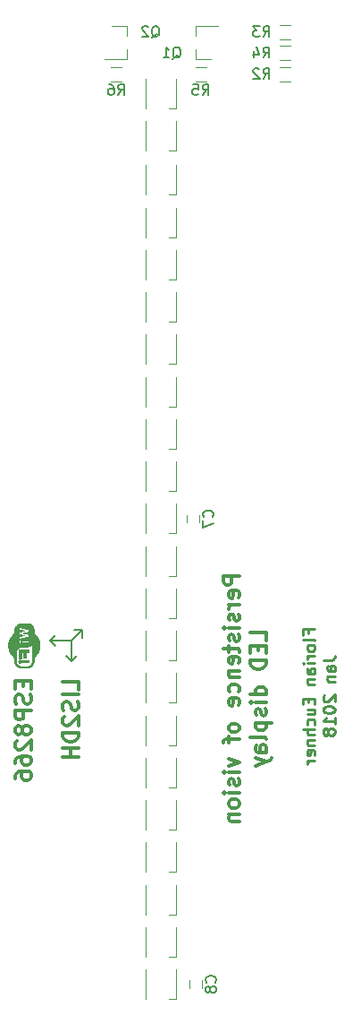
<source format=gbo>
G04 #@! TF.FileFunction,Legend,Bot*
%FSLAX46Y46*%
G04 Gerber Fmt 4.6, Leading zero omitted, Abs format (unit mm)*
G04 Created by KiCad (PCBNEW 4.0.7) date Sun Dec 17 13:28:59 2017*
%MOMM*%
%LPD*%
G01*
G04 APERTURE LIST*
%ADD10C,0.100000*%
%ADD11C,0.250000*%
%ADD12C,0.200000*%
%ADD13C,0.300000*%
%ADD14C,0.120000*%
%ADD15C,0.010000*%
%ADD16C,0.150000*%
G04 APERTURE END LIST*
D10*
D11*
X70971429Y-98830953D02*
X70971429Y-98464287D01*
X71547619Y-98464287D02*
X70447619Y-98464287D01*
X70447619Y-98988096D01*
X71547619Y-99564287D02*
X71495238Y-99459525D01*
X71390476Y-99407144D01*
X70447619Y-99407144D01*
X71547619Y-100140477D02*
X71495238Y-100035715D01*
X71442857Y-99983334D01*
X71338095Y-99930953D01*
X71023810Y-99930953D01*
X70919048Y-99983334D01*
X70866667Y-100035715D01*
X70814286Y-100140477D01*
X70814286Y-100297619D01*
X70866667Y-100402381D01*
X70919048Y-100454762D01*
X71023810Y-100507143D01*
X71338095Y-100507143D01*
X71442857Y-100454762D01*
X71495238Y-100402381D01*
X71547619Y-100297619D01*
X71547619Y-100140477D01*
X71547619Y-100978572D02*
X70814286Y-100978572D01*
X71023810Y-100978572D02*
X70919048Y-101030953D01*
X70866667Y-101083334D01*
X70814286Y-101188096D01*
X70814286Y-101292857D01*
X71547619Y-101659524D02*
X70814286Y-101659524D01*
X70447619Y-101659524D02*
X70500000Y-101607143D01*
X70552381Y-101659524D01*
X70500000Y-101711905D01*
X70447619Y-101659524D01*
X70552381Y-101659524D01*
X71547619Y-102654762D02*
X70971429Y-102654762D01*
X70866667Y-102602381D01*
X70814286Y-102497619D01*
X70814286Y-102288096D01*
X70866667Y-102183334D01*
X71495238Y-102654762D02*
X71547619Y-102550000D01*
X71547619Y-102288096D01*
X71495238Y-102183334D01*
X71390476Y-102130953D01*
X71285714Y-102130953D01*
X71180952Y-102183334D01*
X71128571Y-102288096D01*
X71128571Y-102550000D01*
X71076190Y-102654762D01*
X70814286Y-103178572D02*
X71547619Y-103178572D01*
X70919048Y-103178572D02*
X70866667Y-103230953D01*
X70814286Y-103335715D01*
X70814286Y-103492857D01*
X70866667Y-103597619D01*
X70971429Y-103650000D01*
X71547619Y-103650000D01*
X70971429Y-105011905D02*
X70971429Y-105378571D01*
X71547619Y-105535714D02*
X71547619Y-105011905D01*
X70447619Y-105011905D01*
X70447619Y-105535714D01*
X70814286Y-106478571D02*
X71547619Y-106478571D01*
X70814286Y-106007143D02*
X71390476Y-106007143D01*
X71495238Y-106059524D01*
X71547619Y-106164286D01*
X71547619Y-106321428D01*
X71495238Y-106426190D01*
X71442857Y-106478571D01*
X71495238Y-107473809D02*
X71547619Y-107369047D01*
X71547619Y-107159524D01*
X71495238Y-107054762D01*
X71442857Y-107002381D01*
X71338095Y-106950000D01*
X71023810Y-106950000D01*
X70919048Y-107002381D01*
X70866667Y-107054762D01*
X70814286Y-107159524D01*
X70814286Y-107369047D01*
X70866667Y-107473809D01*
X71547619Y-107945238D02*
X70447619Y-107945238D01*
X71547619Y-108416666D02*
X70971429Y-108416666D01*
X70866667Y-108364285D01*
X70814286Y-108259523D01*
X70814286Y-108102381D01*
X70866667Y-107997619D01*
X70919048Y-107945238D01*
X70814286Y-108940476D02*
X71547619Y-108940476D01*
X70919048Y-108940476D02*
X70866667Y-108992857D01*
X70814286Y-109097619D01*
X70814286Y-109254761D01*
X70866667Y-109359523D01*
X70971429Y-109411904D01*
X71547619Y-109411904D01*
X71495238Y-110354761D02*
X71547619Y-110249999D01*
X71547619Y-110040476D01*
X71495238Y-109935714D01*
X71390476Y-109883333D01*
X70971429Y-109883333D01*
X70866667Y-109935714D01*
X70814286Y-110040476D01*
X70814286Y-110249999D01*
X70866667Y-110354761D01*
X70971429Y-110407142D01*
X71076190Y-110407142D01*
X71180952Y-109883333D01*
X71547619Y-110878571D02*
X70814286Y-110878571D01*
X71023810Y-110878571D02*
X70919048Y-110930952D01*
X70866667Y-110983333D01*
X70814286Y-111088095D01*
X70814286Y-111192856D01*
X72347619Y-101397619D02*
X73133333Y-101397619D01*
X73290476Y-101345239D01*
X73395238Y-101240477D01*
X73447619Y-101083334D01*
X73447619Y-100978572D01*
X73447619Y-102392857D02*
X72871429Y-102392857D01*
X72766667Y-102340476D01*
X72714286Y-102235714D01*
X72714286Y-102026191D01*
X72766667Y-101921429D01*
X73395238Y-102392857D02*
X73447619Y-102288095D01*
X73447619Y-102026191D01*
X73395238Y-101921429D01*
X73290476Y-101869048D01*
X73185714Y-101869048D01*
X73080952Y-101921429D01*
X73028571Y-102026191D01*
X73028571Y-102288095D01*
X72976190Y-102392857D01*
X72714286Y-102916667D02*
X73447619Y-102916667D01*
X72819048Y-102916667D02*
X72766667Y-102969048D01*
X72714286Y-103073810D01*
X72714286Y-103230952D01*
X72766667Y-103335714D01*
X72871429Y-103388095D01*
X73447619Y-103388095D01*
X72452381Y-104697619D02*
X72400000Y-104750000D01*
X72347619Y-104854762D01*
X72347619Y-105116666D01*
X72400000Y-105221428D01*
X72452381Y-105273809D01*
X72557143Y-105326190D01*
X72661905Y-105326190D01*
X72819048Y-105273809D01*
X73447619Y-104645238D01*
X73447619Y-105326190D01*
X72347619Y-106007143D02*
X72347619Y-106111904D01*
X72400000Y-106216666D01*
X72452381Y-106269047D01*
X72557143Y-106321428D01*
X72766667Y-106373809D01*
X73028571Y-106373809D01*
X73238095Y-106321428D01*
X73342857Y-106269047D01*
X73395238Y-106216666D01*
X73447619Y-106111904D01*
X73447619Y-106007143D01*
X73395238Y-105902381D01*
X73342857Y-105850000D01*
X73238095Y-105797619D01*
X73028571Y-105745238D01*
X72766667Y-105745238D01*
X72557143Y-105797619D01*
X72452381Y-105850000D01*
X72400000Y-105902381D01*
X72347619Y-106007143D01*
X73447619Y-107421428D02*
X73447619Y-106792857D01*
X73447619Y-107107143D02*
X72347619Y-107107143D01*
X72504762Y-107002381D01*
X72609524Y-106897619D01*
X72661905Y-106792857D01*
X72819048Y-108050000D02*
X72766667Y-107945238D01*
X72714286Y-107892857D01*
X72609524Y-107840476D01*
X72557143Y-107840476D01*
X72452381Y-107892857D01*
X72400000Y-107945238D01*
X72347619Y-108050000D01*
X72347619Y-108259523D01*
X72400000Y-108364285D01*
X72452381Y-108416666D01*
X72557143Y-108469047D01*
X72609524Y-108469047D01*
X72714286Y-108416666D01*
X72766667Y-108364285D01*
X72819048Y-108259523D01*
X72819048Y-108050000D01*
X72871429Y-107945238D01*
X72923810Y-107892857D01*
X73028571Y-107840476D01*
X73238095Y-107840476D01*
X73342857Y-107892857D01*
X73395238Y-107945238D01*
X73447619Y-108050000D01*
X73447619Y-108259523D01*
X73395238Y-108364285D01*
X73342857Y-108416666D01*
X73238095Y-108469047D01*
X73028571Y-108469047D01*
X72923810Y-108416666D01*
X72871429Y-108364285D01*
X72819048Y-108259523D01*
D12*
X49500000Y-98500000D02*
X48750000Y-98500000D01*
X49500000Y-98500000D02*
X49500000Y-99250000D01*
X46500000Y-99500000D02*
X47000000Y-100000000D01*
D13*
X49178571Y-104142858D02*
X49178571Y-103428572D01*
X47678571Y-103428572D01*
X49178571Y-104642858D02*
X47678571Y-104642858D01*
X49107143Y-105285715D02*
X49178571Y-105500001D01*
X49178571Y-105857144D01*
X49107143Y-106000001D01*
X49035714Y-106071430D01*
X48892857Y-106142858D01*
X48750000Y-106142858D01*
X48607143Y-106071430D01*
X48535714Y-106000001D01*
X48464286Y-105857144D01*
X48392857Y-105571430D01*
X48321429Y-105428572D01*
X48250000Y-105357144D01*
X48107143Y-105285715D01*
X47964286Y-105285715D01*
X47821429Y-105357144D01*
X47750000Y-105428572D01*
X47678571Y-105571430D01*
X47678571Y-105928572D01*
X47750000Y-106142858D01*
X47821429Y-106714286D02*
X47750000Y-106785715D01*
X47678571Y-106928572D01*
X47678571Y-107285715D01*
X47750000Y-107428572D01*
X47821429Y-107500001D01*
X47964286Y-107571429D01*
X48107143Y-107571429D01*
X48321429Y-107500001D01*
X49178571Y-106642858D01*
X49178571Y-107571429D01*
X49178571Y-108214286D02*
X47678571Y-108214286D01*
X47678571Y-108571429D01*
X47750000Y-108785714D01*
X47892857Y-108928572D01*
X48035714Y-109000000D01*
X48321429Y-109071429D01*
X48535714Y-109071429D01*
X48821429Y-109000000D01*
X48964286Y-108928572D01*
X49107143Y-108785714D01*
X49178571Y-108571429D01*
X49178571Y-108214286D01*
X49178571Y-109714286D02*
X47678571Y-109714286D01*
X48392857Y-109714286D02*
X48392857Y-110571429D01*
X49178571Y-110571429D02*
X47678571Y-110571429D01*
D12*
X48500000Y-99500000D02*
X49500000Y-98500000D01*
X48500000Y-101500000D02*
X48000000Y-101000000D01*
X48500000Y-101500000D02*
X49000000Y-101000000D01*
X48500000Y-99500000D02*
X48500000Y-101500000D01*
X47000000Y-99000000D02*
X46500000Y-99500000D01*
X46500000Y-99500000D02*
X47000000Y-99000000D01*
X48500000Y-99500000D02*
X46500000Y-99500000D01*
D13*
X43892857Y-103357144D02*
X43892857Y-103857144D01*
X44678571Y-104071430D02*
X44678571Y-103357144D01*
X43178571Y-103357144D01*
X43178571Y-104071430D01*
X44607143Y-104642858D02*
X44678571Y-104857144D01*
X44678571Y-105214287D01*
X44607143Y-105357144D01*
X44535714Y-105428573D01*
X44392857Y-105500001D01*
X44250000Y-105500001D01*
X44107143Y-105428573D01*
X44035714Y-105357144D01*
X43964286Y-105214287D01*
X43892857Y-104928573D01*
X43821429Y-104785715D01*
X43750000Y-104714287D01*
X43607143Y-104642858D01*
X43464286Y-104642858D01*
X43321429Y-104714287D01*
X43250000Y-104785715D01*
X43178571Y-104928573D01*
X43178571Y-105285715D01*
X43250000Y-105500001D01*
X44678571Y-106142858D02*
X43178571Y-106142858D01*
X43178571Y-106714286D01*
X43250000Y-106857144D01*
X43321429Y-106928572D01*
X43464286Y-107000001D01*
X43678571Y-107000001D01*
X43821429Y-106928572D01*
X43892857Y-106857144D01*
X43964286Y-106714286D01*
X43964286Y-106142858D01*
X43821429Y-107857144D02*
X43750000Y-107714286D01*
X43678571Y-107642858D01*
X43535714Y-107571429D01*
X43464286Y-107571429D01*
X43321429Y-107642858D01*
X43250000Y-107714286D01*
X43178571Y-107857144D01*
X43178571Y-108142858D01*
X43250000Y-108285715D01*
X43321429Y-108357144D01*
X43464286Y-108428572D01*
X43535714Y-108428572D01*
X43678571Y-108357144D01*
X43750000Y-108285715D01*
X43821429Y-108142858D01*
X43821429Y-107857144D01*
X43892857Y-107714286D01*
X43964286Y-107642858D01*
X44107143Y-107571429D01*
X44392857Y-107571429D01*
X44535714Y-107642858D01*
X44607143Y-107714286D01*
X44678571Y-107857144D01*
X44678571Y-108142858D01*
X44607143Y-108285715D01*
X44535714Y-108357144D01*
X44392857Y-108428572D01*
X44107143Y-108428572D01*
X43964286Y-108357144D01*
X43892857Y-108285715D01*
X43821429Y-108142858D01*
X43321429Y-109000000D02*
X43250000Y-109071429D01*
X43178571Y-109214286D01*
X43178571Y-109571429D01*
X43250000Y-109714286D01*
X43321429Y-109785715D01*
X43464286Y-109857143D01*
X43607143Y-109857143D01*
X43821429Y-109785715D01*
X44678571Y-108928572D01*
X44678571Y-109857143D01*
X43178571Y-111142857D02*
X43178571Y-110857143D01*
X43250000Y-110714286D01*
X43321429Y-110642857D01*
X43535714Y-110500000D01*
X43821429Y-110428571D01*
X44392857Y-110428571D01*
X44535714Y-110500000D01*
X44607143Y-110571428D01*
X44678571Y-110714286D01*
X44678571Y-111000000D01*
X44607143Y-111142857D01*
X44535714Y-111214286D01*
X44392857Y-111285714D01*
X44035714Y-111285714D01*
X43892857Y-111214286D01*
X43821429Y-111142857D01*
X43750000Y-111000000D01*
X43750000Y-110714286D01*
X43821429Y-110571428D01*
X43892857Y-110500000D01*
X44035714Y-110428571D01*
X43178571Y-112571428D02*
X43178571Y-112285714D01*
X43250000Y-112142857D01*
X43321429Y-112071428D01*
X43535714Y-111928571D01*
X43821429Y-111857142D01*
X44392857Y-111857142D01*
X44535714Y-111928571D01*
X44607143Y-111999999D01*
X44678571Y-112142857D01*
X44678571Y-112428571D01*
X44607143Y-112571428D01*
X44535714Y-112642857D01*
X44392857Y-112714285D01*
X44035714Y-112714285D01*
X43892857Y-112642857D01*
X43821429Y-112571428D01*
X43750000Y-112428571D01*
X43750000Y-112142857D01*
X43821429Y-111999999D01*
X43892857Y-111928571D01*
X44035714Y-111857142D01*
X64403571Y-93392857D02*
X62903571Y-93392857D01*
X62903571Y-93964285D01*
X62975000Y-94107143D01*
X63046429Y-94178571D01*
X63189286Y-94250000D01*
X63403571Y-94250000D01*
X63546429Y-94178571D01*
X63617857Y-94107143D01*
X63689286Y-93964285D01*
X63689286Y-93392857D01*
X64332143Y-95464285D02*
X64403571Y-95321428D01*
X64403571Y-95035714D01*
X64332143Y-94892857D01*
X64189286Y-94821428D01*
X63617857Y-94821428D01*
X63475000Y-94892857D01*
X63403571Y-95035714D01*
X63403571Y-95321428D01*
X63475000Y-95464285D01*
X63617857Y-95535714D01*
X63760714Y-95535714D01*
X63903571Y-94821428D01*
X64403571Y-96178571D02*
X63403571Y-96178571D01*
X63689286Y-96178571D02*
X63546429Y-96249999D01*
X63475000Y-96321428D01*
X63403571Y-96464285D01*
X63403571Y-96607142D01*
X64332143Y-97035713D02*
X64403571Y-97178570D01*
X64403571Y-97464285D01*
X64332143Y-97607142D01*
X64189286Y-97678570D01*
X64117857Y-97678570D01*
X63975000Y-97607142D01*
X63903571Y-97464285D01*
X63903571Y-97249999D01*
X63832143Y-97107142D01*
X63689286Y-97035713D01*
X63617857Y-97035713D01*
X63475000Y-97107142D01*
X63403571Y-97249999D01*
X63403571Y-97464285D01*
X63475000Y-97607142D01*
X64403571Y-98321428D02*
X63403571Y-98321428D01*
X62903571Y-98321428D02*
X62975000Y-98249999D01*
X63046429Y-98321428D01*
X62975000Y-98392856D01*
X62903571Y-98321428D01*
X63046429Y-98321428D01*
X64332143Y-98964285D02*
X64403571Y-99107142D01*
X64403571Y-99392857D01*
X64332143Y-99535714D01*
X64189286Y-99607142D01*
X64117857Y-99607142D01*
X63975000Y-99535714D01*
X63903571Y-99392857D01*
X63903571Y-99178571D01*
X63832143Y-99035714D01*
X63689286Y-98964285D01*
X63617857Y-98964285D01*
X63475000Y-99035714D01*
X63403571Y-99178571D01*
X63403571Y-99392857D01*
X63475000Y-99535714D01*
X63403571Y-100035714D02*
X63403571Y-100607143D01*
X62903571Y-100250000D02*
X64189286Y-100250000D01*
X64332143Y-100321428D01*
X64403571Y-100464286D01*
X64403571Y-100607143D01*
X64332143Y-101678571D02*
X64403571Y-101535714D01*
X64403571Y-101250000D01*
X64332143Y-101107143D01*
X64189286Y-101035714D01*
X63617857Y-101035714D01*
X63475000Y-101107143D01*
X63403571Y-101250000D01*
X63403571Y-101535714D01*
X63475000Y-101678571D01*
X63617857Y-101750000D01*
X63760714Y-101750000D01*
X63903571Y-101035714D01*
X63403571Y-102392857D02*
X64403571Y-102392857D01*
X63546429Y-102392857D02*
X63475000Y-102464285D01*
X63403571Y-102607143D01*
X63403571Y-102821428D01*
X63475000Y-102964285D01*
X63617857Y-103035714D01*
X64403571Y-103035714D01*
X64332143Y-104392857D02*
X64403571Y-104250000D01*
X64403571Y-103964286D01*
X64332143Y-103821428D01*
X64260714Y-103750000D01*
X64117857Y-103678571D01*
X63689286Y-103678571D01*
X63546429Y-103750000D01*
X63475000Y-103821428D01*
X63403571Y-103964286D01*
X63403571Y-104250000D01*
X63475000Y-104392857D01*
X64332143Y-105607142D02*
X64403571Y-105464285D01*
X64403571Y-105178571D01*
X64332143Y-105035714D01*
X64189286Y-104964285D01*
X63617857Y-104964285D01*
X63475000Y-105035714D01*
X63403571Y-105178571D01*
X63403571Y-105464285D01*
X63475000Y-105607142D01*
X63617857Y-105678571D01*
X63760714Y-105678571D01*
X63903571Y-104964285D01*
X64403571Y-107678571D02*
X64332143Y-107535713D01*
X64260714Y-107464285D01*
X64117857Y-107392856D01*
X63689286Y-107392856D01*
X63546429Y-107464285D01*
X63475000Y-107535713D01*
X63403571Y-107678571D01*
X63403571Y-107892856D01*
X63475000Y-108035713D01*
X63546429Y-108107142D01*
X63689286Y-108178571D01*
X64117857Y-108178571D01*
X64260714Y-108107142D01*
X64332143Y-108035713D01*
X64403571Y-107892856D01*
X64403571Y-107678571D01*
X63403571Y-108607142D02*
X63403571Y-109178571D01*
X64403571Y-108821428D02*
X63117857Y-108821428D01*
X62975000Y-108892856D01*
X62903571Y-109035714D01*
X62903571Y-109178571D01*
X63403571Y-110678571D02*
X64403571Y-111035714D01*
X63403571Y-111392856D01*
X64403571Y-111964285D02*
X63403571Y-111964285D01*
X62903571Y-111964285D02*
X62975000Y-111892856D01*
X63046429Y-111964285D01*
X62975000Y-112035713D01*
X62903571Y-111964285D01*
X63046429Y-111964285D01*
X64332143Y-112607142D02*
X64403571Y-112749999D01*
X64403571Y-113035714D01*
X64332143Y-113178571D01*
X64189286Y-113249999D01*
X64117857Y-113249999D01*
X63975000Y-113178571D01*
X63903571Y-113035714D01*
X63903571Y-112821428D01*
X63832143Y-112678571D01*
X63689286Y-112607142D01*
X63617857Y-112607142D01*
X63475000Y-112678571D01*
X63403571Y-112821428D01*
X63403571Y-113035714D01*
X63475000Y-113178571D01*
X64403571Y-113892857D02*
X63403571Y-113892857D01*
X62903571Y-113892857D02*
X62975000Y-113821428D01*
X63046429Y-113892857D01*
X62975000Y-113964285D01*
X62903571Y-113892857D01*
X63046429Y-113892857D01*
X64403571Y-114821429D02*
X64332143Y-114678571D01*
X64260714Y-114607143D01*
X64117857Y-114535714D01*
X63689286Y-114535714D01*
X63546429Y-114607143D01*
X63475000Y-114678571D01*
X63403571Y-114821429D01*
X63403571Y-115035714D01*
X63475000Y-115178571D01*
X63546429Y-115250000D01*
X63689286Y-115321429D01*
X64117857Y-115321429D01*
X64260714Y-115250000D01*
X64332143Y-115178571D01*
X64403571Y-115035714D01*
X64403571Y-114821429D01*
X63403571Y-115964286D02*
X64403571Y-115964286D01*
X63546429Y-115964286D02*
X63475000Y-116035714D01*
X63403571Y-116178572D01*
X63403571Y-116392857D01*
X63475000Y-116535714D01*
X63617857Y-116607143D01*
X64403571Y-116607143D01*
X66953571Y-99500000D02*
X66953571Y-98785714D01*
X65453571Y-98785714D01*
X66167857Y-100000000D02*
X66167857Y-100500000D01*
X66953571Y-100714286D02*
X66953571Y-100000000D01*
X65453571Y-100000000D01*
X65453571Y-100714286D01*
X66953571Y-101357143D02*
X65453571Y-101357143D01*
X65453571Y-101714286D01*
X65525000Y-101928571D01*
X65667857Y-102071429D01*
X65810714Y-102142857D01*
X66096429Y-102214286D01*
X66310714Y-102214286D01*
X66596429Y-102142857D01*
X66739286Y-102071429D01*
X66882143Y-101928571D01*
X66953571Y-101714286D01*
X66953571Y-101357143D01*
X66953571Y-104642857D02*
X65453571Y-104642857D01*
X66882143Y-104642857D02*
X66953571Y-104500000D01*
X66953571Y-104214286D01*
X66882143Y-104071428D01*
X66810714Y-104000000D01*
X66667857Y-103928571D01*
X66239286Y-103928571D01*
X66096429Y-104000000D01*
X66025000Y-104071428D01*
X65953571Y-104214286D01*
X65953571Y-104500000D01*
X66025000Y-104642857D01*
X66953571Y-105357143D02*
X65953571Y-105357143D01*
X65453571Y-105357143D02*
X65525000Y-105285714D01*
X65596429Y-105357143D01*
X65525000Y-105428571D01*
X65453571Y-105357143D01*
X65596429Y-105357143D01*
X66882143Y-106000000D02*
X66953571Y-106142857D01*
X66953571Y-106428572D01*
X66882143Y-106571429D01*
X66739286Y-106642857D01*
X66667857Y-106642857D01*
X66525000Y-106571429D01*
X66453571Y-106428572D01*
X66453571Y-106214286D01*
X66382143Y-106071429D01*
X66239286Y-106000000D01*
X66167857Y-106000000D01*
X66025000Y-106071429D01*
X65953571Y-106214286D01*
X65953571Y-106428572D01*
X66025000Y-106571429D01*
X65953571Y-107285715D02*
X67453571Y-107285715D01*
X66025000Y-107285715D02*
X65953571Y-107428572D01*
X65953571Y-107714286D01*
X66025000Y-107857143D01*
X66096429Y-107928572D01*
X66239286Y-108000001D01*
X66667857Y-108000001D01*
X66810714Y-107928572D01*
X66882143Y-107857143D01*
X66953571Y-107714286D01*
X66953571Y-107428572D01*
X66882143Y-107285715D01*
X66953571Y-108857144D02*
X66882143Y-108714286D01*
X66739286Y-108642858D01*
X65453571Y-108642858D01*
X66953571Y-110071429D02*
X66167857Y-110071429D01*
X66025000Y-110000000D01*
X65953571Y-109857143D01*
X65953571Y-109571429D01*
X66025000Y-109428572D01*
X66882143Y-110071429D02*
X66953571Y-109928572D01*
X66953571Y-109571429D01*
X66882143Y-109428572D01*
X66739286Y-109357143D01*
X66596429Y-109357143D01*
X66453571Y-109428572D01*
X66382143Y-109571429D01*
X66382143Y-109928572D01*
X66310714Y-110071429D01*
X65953571Y-110642858D02*
X66953571Y-111000001D01*
X65953571Y-111357143D02*
X66953571Y-111000001D01*
X67310714Y-110857143D01*
X67382143Y-110785715D01*
X67453571Y-110642858D01*
D14*
X59400000Y-87650000D02*
X59400000Y-88350000D01*
X60600000Y-88350000D02*
X60600000Y-87650000D01*
X59650000Y-131650000D02*
X59650000Y-132350000D01*
X60850000Y-132350000D02*
X60850000Y-131650000D01*
X55550000Y-85400000D02*
X55550000Y-82600000D01*
X57750000Y-85400000D02*
X58450000Y-85400000D01*
X58450000Y-85400000D02*
X58450000Y-82600000D01*
X55550000Y-125400000D02*
X55550000Y-122600000D01*
X57750000Y-125400000D02*
X58450000Y-125400000D01*
X58450000Y-125400000D02*
X58450000Y-122600000D01*
X55550000Y-81400000D02*
X55550000Y-78600000D01*
X57750000Y-81400000D02*
X58450000Y-81400000D01*
X58450000Y-81400000D02*
X58450000Y-78600000D01*
X55550000Y-121400000D02*
X55550000Y-118600000D01*
X57750000Y-121400000D02*
X58450000Y-121400000D01*
X58450000Y-121400000D02*
X58450000Y-118600000D01*
X55550000Y-77400000D02*
X55550000Y-74600000D01*
X57750000Y-77400000D02*
X58450000Y-77400000D01*
X58450000Y-77400000D02*
X58450000Y-74600000D01*
X55550000Y-117400000D02*
X55550000Y-114600000D01*
X57750000Y-117400000D02*
X58450000Y-117400000D01*
X58450000Y-117400000D02*
X58450000Y-114600000D01*
X55550000Y-73400000D02*
X55550000Y-70600000D01*
X57750000Y-73400000D02*
X58450000Y-73400000D01*
X58450000Y-73400000D02*
X58450000Y-70600000D01*
X55550000Y-113400000D02*
X55550000Y-110600000D01*
X57750000Y-113400000D02*
X58450000Y-113400000D01*
X58450000Y-113400000D02*
X58450000Y-110600000D01*
X55550000Y-69400000D02*
X55550000Y-66600000D01*
X57750000Y-69400000D02*
X58450000Y-69400000D01*
X58450000Y-69400000D02*
X58450000Y-66600000D01*
X55550000Y-109400000D02*
X55550000Y-106600000D01*
X57750000Y-109400000D02*
X58450000Y-109400000D01*
X58450000Y-109400000D02*
X58450000Y-106600000D01*
X55550000Y-65400000D02*
X55550000Y-62600000D01*
X57750000Y-65400000D02*
X58450000Y-65400000D01*
X58450000Y-65400000D02*
X58450000Y-62600000D01*
X55550000Y-105400000D02*
X55550000Y-102600000D01*
X57750000Y-105400000D02*
X58450000Y-105400000D01*
X58450000Y-105400000D02*
X58450000Y-102600000D01*
X55550000Y-61400000D02*
X55550000Y-58600000D01*
X57750000Y-61400000D02*
X58450000Y-61400000D01*
X58450000Y-61400000D02*
X58450000Y-58600000D01*
X55550000Y-101400000D02*
X55550000Y-98600000D01*
X57750000Y-101400000D02*
X58450000Y-101400000D01*
X58450000Y-101400000D02*
X58450000Y-98600000D01*
X55550000Y-57400000D02*
X55550000Y-54600000D01*
X57750000Y-57400000D02*
X58450000Y-57400000D01*
X58450000Y-57400000D02*
X58450000Y-54600000D01*
X55550000Y-97400000D02*
X55550000Y-94600000D01*
X57750000Y-97400000D02*
X58450000Y-97400000D01*
X58450000Y-97400000D02*
X58450000Y-94600000D01*
X55550000Y-53250000D02*
X55550000Y-50450000D01*
X57750000Y-53250000D02*
X58450000Y-53250000D01*
X58450000Y-53250000D02*
X58450000Y-50450000D01*
X55550000Y-93400000D02*
X55550000Y-90600000D01*
X57750000Y-93400000D02*
X58450000Y-93400000D01*
X58450000Y-93400000D02*
X58450000Y-90600000D01*
X55550000Y-49250000D02*
X55550000Y-46450000D01*
X57750000Y-49250000D02*
X58450000Y-49250000D01*
X58450000Y-49250000D02*
X58450000Y-46450000D01*
X55550000Y-89400000D02*
X55550000Y-86600000D01*
X57750000Y-89400000D02*
X58450000Y-89400000D01*
X58450000Y-89400000D02*
X58450000Y-86600000D01*
X68250000Y-46680000D02*
X69250000Y-46680000D01*
X69250000Y-45320000D02*
X68250000Y-45320000D01*
X68250000Y-42680000D02*
X69250000Y-42680000D01*
X69250000Y-41320000D02*
X68250000Y-41320000D01*
X68250000Y-44680000D02*
X69250000Y-44680000D01*
X69250000Y-43320000D02*
X68250000Y-43320000D01*
X60240000Y-44580000D02*
X60240000Y-43650000D01*
X60240000Y-41420000D02*
X60240000Y-42350000D01*
X60240000Y-41420000D02*
X62400000Y-41420000D01*
X60240000Y-44580000D02*
X61700000Y-44580000D01*
X53760000Y-41420000D02*
X53760000Y-42350000D01*
X53760000Y-44580000D02*
X53760000Y-43650000D01*
X53760000Y-44580000D02*
X51600000Y-44580000D01*
X53760000Y-41420000D02*
X52300000Y-41420000D01*
X60250000Y-46680000D02*
X61250000Y-46680000D01*
X61250000Y-45320000D02*
X60250000Y-45320000D01*
X53250000Y-45320000D02*
X52250000Y-45320000D01*
X52250000Y-46680000D02*
X53250000Y-46680000D01*
X55550000Y-129400000D02*
X55550000Y-126600000D01*
X57750000Y-129400000D02*
X58450000Y-129400000D01*
X58450000Y-129400000D02*
X58450000Y-126600000D01*
X55550000Y-133400000D02*
X55550000Y-130600000D01*
X57750000Y-133400000D02*
X58450000Y-133400000D01*
X58450000Y-133400000D02*
X58450000Y-130600000D01*
D15*
G36*
X42514007Y-100038917D02*
X42520704Y-100136323D01*
X42533721Y-100231400D01*
X42553213Y-100325018D01*
X42579333Y-100418047D01*
X42612237Y-100511356D01*
X42618051Y-100526143D01*
X42653375Y-100607126D01*
X42694530Y-100687969D01*
X42740827Y-100767683D01*
X42791578Y-100845284D01*
X42846094Y-100919785D01*
X42903687Y-100990200D01*
X42963667Y-101055543D01*
X43025346Y-101114827D01*
X43035231Y-101123600D01*
X43071086Y-101155061D01*
X43071086Y-101337241D01*
X43071118Y-101382403D01*
X43071258Y-101421055D01*
X43071567Y-101453941D01*
X43072108Y-101481808D01*
X43072942Y-101505401D01*
X43074133Y-101525467D01*
X43075742Y-101542752D01*
X43077832Y-101558000D01*
X43080465Y-101571959D01*
X43083704Y-101585374D01*
X43087610Y-101598991D01*
X43092246Y-101613556D01*
X43094811Y-101621288D01*
X43110254Y-101661207D01*
X43130440Y-101703678D01*
X43154308Y-101746898D01*
X43180795Y-101789065D01*
X43208839Y-101828375D01*
X43236821Y-101862402D01*
X43274829Y-101901130D01*
X43318146Y-101938576D01*
X43365523Y-101973974D01*
X43415710Y-102006561D01*
X43467460Y-102035573D01*
X43519523Y-102060245D01*
X43570650Y-102079815D01*
X43611545Y-102091650D01*
X43623292Y-102094412D01*
X43634699Y-102096859D01*
X43646254Y-102099009D01*
X43658445Y-102100877D01*
X43671759Y-102102480D01*
X43686682Y-102103836D01*
X43703702Y-102104959D01*
X43723307Y-102105868D01*
X43745984Y-102106579D01*
X43772220Y-102107108D01*
X43802502Y-102107472D01*
X43837317Y-102107688D01*
X43877153Y-102107771D01*
X43922498Y-102107740D01*
X43973838Y-102107610D01*
X44031660Y-102107398D01*
X44068943Y-102107241D01*
X44127210Y-102106977D01*
X44178672Y-102106714D01*
X44223784Y-102106443D01*
X44262996Y-102106154D01*
X44296764Y-102105839D01*
X44325539Y-102105488D01*
X44349773Y-102105093D01*
X44369922Y-102104644D01*
X44386436Y-102104133D01*
X44399769Y-102103549D01*
X44410374Y-102102885D01*
X44418703Y-102102131D01*
X44425211Y-102101277D01*
X44430348Y-102100316D01*
X44431890Y-102099956D01*
X44465394Y-102090511D01*
X44497449Y-102078792D01*
X44528853Y-102064302D01*
X44560404Y-102046545D01*
X44592899Y-102025023D01*
X44627136Y-101999239D01*
X44663912Y-101968697D01*
X44704026Y-101932899D01*
X44712444Y-101925134D01*
X44761739Y-101875560D01*
X44804205Y-101824350D01*
X44840195Y-101770893D01*
X44870067Y-101714577D01*
X44894173Y-101654793D01*
X44912868Y-101590931D01*
X44916963Y-101573238D01*
X44918994Y-101563891D01*
X44920722Y-101555394D01*
X44922179Y-101547079D01*
X44923395Y-101538280D01*
X44924400Y-101528327D01*
X44925226Y-101516553D01*
X44925904Y-101502291D01*
X44926465Y-101484872D01*
X44926938Y-101463629D01*
X44927356Y-101437894D01*
X44927749Y-101407000D01*
X44928148Y-101370278D01*
X44928584Y-101327061D01*
X44928650Y-101320424D01*
X44930728Y-101111405D01*
X44953762Y-101092924D01*
X45024560Y-101031812D01*
X45092371Y-100964702D01*
X45156474Y-100892488D01*
X45216150Y-100816064D01*
X45270679Y-100736327D01*
X45319340Y-100654170D01*
X45342835Y-100609295D01*
X45381088Y-100527232D01*
X45413087Y-100446332D01*
X45439309Y-100365051D01*
X45460235Y-100281846D01*
X45476342Y-100195174D01*
X45480744Y-100165100D01*
X45483224Y-100142605D01*
X45485384Y-100114476D01*
X45487188Y-100082193D01*
X45488603Y-100047234D01*
X45489594Y-100011078D01*
X45490127Y-99975203D01*
X45490169Y-99941090D01*
X45489684Y-99910216D01*
X45488640Y-99884060D01*
X45487560Y-99869371D01*
X45474484Y-99768524D01*
X45454557Y-99670062D01*
X45427809Y-99574058D01*
X45394268Y-99480587D01*
X45353965Y-99389723D01*
X45306927Y-99301541D01*
X45253185Y-99216114D01*
X45205146Y-99149496D01*
X45162055Y-99096115D01*
X45115009Y-99043294D01*
X45065606Y-98992685D01*
X45015447Y-98945937D01*
X44973364Y-98910431D01*
X44932543Y-98877761D01*
X44932528Y-98685045D01*
X44932492Y-98638676D01*
X44932357Y-98598836D01*
X44932072Y-98564798D01*
X44931587Y-98535834D01*
X44930851Y-98511217D01*
X44929813Y-98490218D01*
X44928423Y-98472110D01*
X44926628Y-98456166D01*
X44924380Y-98441657D01*
X44921626Y-98427857D01*
X44918317Y-98414037D01*
X44914401Y-98399470D01*
X44912007Y-98391001D01*
X44889681Y-98325958D01*
X44860568Y-98263316D01*
X44824632Y-98203012D01*
X44791028Y-98157447D01*
X44791028Y-99821661D01*
X44790960Y-100568509D01*
X44790936Y-100643160D01*
X44790879Y-100716746D01*
X44790792Y-100788867D01*
X44790675Y-100859120D01*
X44790530Y-100927103D01*
X44790360Y-100992416D01*
X44790165Y-101054657D01*
X44789947Y-101113423D01*
X44789708Y-101168314D01*
X44789450Y-101218928D01*
X44789174Y-101264863D01*
X44788882Y-101305717D01*
X44788576Y-101341089D01*
X44788257Y-101370578D01*
X44787927Y-101393781D01*
X44787588Y-101410297D01*
X44787443Y-101415143D01*
X44785929Y-101456004D01*
X44784292Y-101490579D01*
X44782298Y-101519838D01*
X44779711Y-101544751D01*
X44776294Y-101566289D01*
X44771814Y-101585420D01*
X44766033Y-101603116D01*
X44758718Y-101620346D01*
X44749631Y-101638081D01*
X44738538Y-101657291D01*
X44725203Y-101678945D01*
X44722257Y-101683639D01*
X44683286Y-101739753D01*
X44640558Y-101790315D01*
X44594379Y-101835069D01*
X44545059Y-101873761D01*
X44492905Y-101906135D01*
X44438226Y-101931938D01*
X44408760Y-101942719D01*
X44398837Y-101945835D01*
X44388741Y-101948582D01*
X44377972Y-101950982D01*
X44366028Y-101953060D01*
X44352407Y-101954838D01*
X44336609Y-101956338D01*
X44318133Y-101957584D01*
X44296477Y-101958598D01*
X44271140Y-101959404D01*
X44241620Y-101960024D01*
X44207417Y-101960481D01*
X44168028Y-101960798D01*
X44122954Y-101960998D01*
X44071693Y-101961104D01*
X44013742Y-101961139D01*
X44005443Y-101961140D01*
X43942856Y-101961092D01*
X43887296Y-101960946D01*
X43838532Y-101960698D01*
X43796334Y-101960346D01*
X43760471Y-101959887D01*
X43730714Y-101959317D01*
X43706832Y-101958633D01*
X43688595Y-101957833D01*
X43675772Y-101956913D01*
X43674169Y-101956751D01*
X43625842Y-101948137D01*
X43576979Y-101932860D01*
X43528327Y-101911398D01*
X43480635Y-101884229D01*
X43434651Y-101851833D01*
X43391122Y-101814689D01*
X43350796Y-101773274D01*
X43314423Y-101728069D01*
X43312318Y-101725157D01*
X43298972Y-101704870D01*
X43284993Y-101680687D01*
X43271263Y-101654415D01*
X43258663Y-101627860D01*
X43248074Y-101602828D01*
X43240377Y-101581125D01*
X43238106Y-101572986D01*
X43235938Y-101563956D01*
X43233979Y-101555064D01*
X43232218Y-101545908D01*
X43230643Y-101536085D01*
X43229242Y-101525194D01*
X43228001Y-101512832D01*
X43226910Y-101498596D01*
X43225956Y-101482086D01*
X43225125Y-101462898D01*
X43224407Y-101440631D01*
X43223790Y-101414882D01*
X43223259Y-101385250D01*
X43222805Y-101351332D01*
X43222413Y-101312726D01*
X43222073Y-101269030D01*
X43221771Y-101219841D01*
X43221496Y-101164759D01*
X43221236Y-101103380D01*
X43220977Y-101035302D01*
X43220875Y-101006928D01*
X43219209Y-100542471D01*
X43232282Y-100502061D01*
X43251581Y-100450904D01*
X43275531Y-100403064D01*
X43304839Y-100357384D01*
X43340216Y-100312708D01*
X43364916Y-100285623D01*
X43401953Y-100249078D01*
X43440229Y-100215442D01*
X43478957Y-100185242D01*
X43517351Y-100159001D01*
X43554624Y-100137247D01*
X43589991Y-100120503D01*
X43622665Y-100109296D01*
X43632270Y-100106997D01*
X43643660Y-100104950D01*
X43657838Y-100103085D01*
X43675199Y-100101384D01*
X43696142Y-100099834D01*
X43721063Y-100098420D01*
X43750359Y-100097125D01*
X43784427Y-100095936D01*
X43823664Y-100094837D01*
X43868467Y-100093813D01*
X43919232Y-100092849D01*
X43976358Y-100091930D01*
X44040240Y-100091040D01*
X44058057Y-100090811D01*
X44113362Y-100090094D01*
X44161967Y-100089403D01*
X44204426Y-100088698D01*
X44241296Y-100087935D01*
X44273132Y-100087074D01*
X44300491Y-100086074D01*
X44323927Y-100084891D01*
X44343997Y-100083485D01*
X44361257Y-100081814D01*
X44376262Y-100079836D01*
X44389568Y-100077509D01*
X44401732Y-100074792D01*
X44413308Y-100071644D01*
X44424852Y-100068022D01*
X44436921Y-100063884D01*
X44442240Y-100061998D01*
X44491538Y-100042637D01*
X44538052Y-100020531D01*
X44582855Y-99994983D01*
X44627024Y-99965301D01*
X44671631Y-99930790D01*
X44717753Y-99890756D01*
X44741136Y-99869004D01*
X44791028Y-99821661D01*
X44791028Y-98157447D01*
X44781836Y-98144982D01*
X44740095Y-98097458D01*
X44686415Y-98045587D01*
X44629855Y-98000373D01*
X44570396Y-97961808D01*
X44508022Y-97929881D01*
X44442714Y-97904581D01*
X44380218Y-97887194D01*
X44374160Y-97885847D01*
X44368158Y-97884664D01*
X44361714Y-97883632D01*
X44354331Y-97882738D01*
X44345511Y-97881968D01*
X44334758Y-97881312D01*
X44321575Y-97880755D01*
X44305464Y-97880285D01*
X44285927Y-97879889D01*
X44262469Y-97879554D01*
X44234592Y-97879269D01*
X44201798Y-97879019D01*
X44163590Y-97878793D01*
X44119471Y-97878578D01*
X44068945Y-97878360D01*
X44029028Y-97878198D01*
X43972370Y-97877975D01*
X43922446Y-97877803D01*
X43878734Y-97877702D01*
X43840712Y-97877689D01*
X43807857Y-97877783D01*
X43779647Y-97878003D01*
X43755559Y-97878368D01*
X43735071Y-97878897D01*
X43717660Y-97879607D01*
X43702804Y-97880519D01*
X43689980Y-97881650D01*
X43678667Y-97883020D01*
X43668341Y-97884646D01*
X43658479Y-97886549D01*
X43648561Y-97888746D01*
X43638062Y-97891256D01*
X43633514Y-97892369D01*
X43574676Y-97910262D01*
X43531667Y-97928234D01*
X43531667Y-98255551D01*
X43543950Y-98257722D01*
X43545400Y-98258036D01*
X43563344Y-98262002D01*
X43587171Y-98267335D01*
X43616294Y-98273900D01*
X43650127Y-98281563D01*
X43688082Y-98290188D01*
X43729572Y-98299640D01*
X43774010Y-98309784D01*
X43820808Y-98320486D01*
X43869379Y-98331610D01*
X43919137Y-98343022D01*
X43969494Y-98354585D01*
X44019863Y-98366166D01*
X44069657Y-98377629D01*
X44118288Y-98388839D01*
X44165169Y-98399661D01*
X44209714Y-98409961D01*
X44251335Y-98419603D01*
X44289445Y-98428452D01*
X44323457Y-98436373D01*
X44352783Y-98443232D01*
X44376837Y-98448892D01*
X44395031Y-98453220D01*
X44406778Y-98456080D01*
X44407351Y-98456224D01*
X44420590Y-98459779D01*
X44428515Y-98463428D01*
X44432841Y-98469064D01*
X44435284Y-98478577D01*
X44436814Y-98488700D01*
X44437256Y-98495791D01*
X44437474Y-98508489D01*
X44437492Y-98525671D01*
X44437336Y-98546214D01*
X44437028Y-98568994D01*
X44436592Y-98592889D01*
X44436053Y-98616775D01*
X44435435Y-98639530D01*
X44434761Y-98660030D01*
X44434056Y-98677152D01*
X44433344Y-98689774D01*
X44432648Y-98696772D01*
X44432344Y-98697789D01*
X44428367Y-98698959D01*
X44418052Y-98701319D01*
X44402187Y-98704706D01*
X44381563Y-98708957D01*
X44356972Y-98713911D01*
X44329203Y-98719404D01*
X44299047Y-98725273D01*
X44293914Y-98726263D01*
X44244010Y-98735908D01*
X44195723Y-98745298D01*
X44149570Y-98754332D01*
X44106064Y-98762905D01*
X44065722Y-98770914D01*
X44029057Y-98778256D01*
X43996585Y-98784827D01*
X43968821Y-98790524D01*
X43946279Y-98795242D01*
X43929475Y-98798880D01*
X43918923Y-98801333D01*
X43915530Y-98802291D01*
X43911190Y-98804373D01*
X43912131Y-98806127D01*
X43919152Y-98808404D01*
X43921986Y-98809163D01*
X43927976Y-98810492D01*
X43940465Y-98813060D01*
X43958822Y-98816741D01*
X43982417Y-98821414D01*
X44010620Y-98826954D01*
X44042801Y-98833237D01*
X44078330Y-98840141D01*
X44116576Y-98847541D01*
X44156910Y-98855314D01*
X44175986Y-98858980D01*
X44216890Y-98866869D01*
X44255855Y-98874454D01*
X44292270Y-98881609D01*
X44325523Y-98888213D01*
X44355002Y-98894142D01*
X44380094Y-98899271D01*
X44400188Y-98903478D01*
X44414672Y-98906639D01*
X44422933Y-98908630D01*
X44424513Y-98909137D01*
X44432753Y-98916582D01*
X44435877Y-98924163D01*
X44436724Y-98931914D01*
X44437404Y-98945618D01*
X44437917Y-98964025D01*
X44438264Y-98985885D01*
X44438447Y-99009947D01*
X44438467Y-99034960D01*
X44438325Y-99059676D01*
X44438023Y-99082844D01*
X44437561Y-99103213D01*
X44436942Y-99119533D01*
X44436166Y-99130554D01*
X44435659Y-99133966D01*
X44433213Y-99143232D01*
X44431153Y-99148947D01*
X44430779Y-99149515D01*
X44426883Y-99150754D01*
X44416446Y-99153479D01*
X44399980Y-99157574D01*
X44377995Y-99162920D01*
X44351005Y-99169398D01*
X44319520Y-99176890D01*
X44284053Y-99185278D01*
X44245114Y-99194443D01*
X44203215Y-99204268D01*
X44158868Y-99214633D01*
X44112585Y-99225421D01*
X44064877Y-99236513D01*
X44016256Y-99247791D01*
X43967232Y-99259136D01*
X43918319Y-99270431D01*
X43870028Y-99281556D01*
X43822869Y-99292394D01*
X43777355Y-99302827D01*
X43771400Y-99304187D01*
X43771400Y-99488371D01*
X44439057Y-99488371D01*
X44439057Y-99713343D01*
X43771400Y-99713343D01*
X43771400Y-99488371D01*
X43771400Y-99304187D01*
X43733998Y-99312735D01*
X43693308Y-99322001D01*
X43655798Y-99330506D01*
X43621979Y-99338132D01*
X43592363Y-99344761D01*
X43586245Y-99346115D01*
X43586245Y-99469236D01*
X43609364Y-99473142D01*
X43621396Y-99477767D01*
X43642198Y-99491359D01*
X43661165Y-99510305D01*
X43676873Y-99532713D01*
X43687896Y-99556692D01*
X43691680Y-99571106D01*
X43693524Y-99591650D01*
X43692817Y-99615793D01*
X43689813Y-99640441D01*
X43684768Y-99662501D01*
X43683977Y-99665012D01*
X43672394Y-99691126D01*
X43656472Y-99713174D01*
X43637108Y-99730209D01*
X43615199Y-99741284D01*
X43610276Y-99742787D01*
X43592365Y-99745308D01*
X43571811Y-99744690D01*
X43551893Y-99741241D01*
X43537087Y-99735902D01*
X43521708Y-99725416D01*
X43506242Y-99710465D01*
X43492903Y-99693465D01*
X43484657Y-99678672D01*
X43477135Y-99655633D01*
X43472491Y-99629603D01*
X43470775Y-99602612D01*
X43472042Y-99576694D01*
X43476340Y-99553880D01*
X43481155Y-99540901D01*
X43491165Y-99524441D01*
X43504837Y-99507545D01*
X43520227Y-99492266D01*
X43535393Y-99480656D01*
X43541376Y-99477296D01*
X43562686Y-99470615D01*
X43586245Y-99469236D01*
X43586245Y-99346115D01*
X43567462Y-99350274D01*
X43547786Y-99354553D01*
X43533847Y-99357480D01*
X43526158Y-99358936D01*
X43524759Y-99359056D01*
X43524272Y-99355103D01*
X43523758Y-99344741D01*
X43523239Y-99328819D01*
X43522735Y-99308185D01*
X43522268Y-99283687D01*
X43521859Y-99256173D01*
X43521595Y-99233164D01*
X43520347Y-99109186D01*
X43666738Y-99087862D01*
X43712368Y-99081194D01*
X43756944Y-99074640D01*
X43799849Y-99068293D01*
X43840467Y-99062245D01*
X43878182Y-99056591D01*
X43912377Y-99051423D01*
X43942436Y-99046834D01*
X43967744Y-99042917D01*
X43987684Y-99039765D01*
X44001641Y-99037473D01*
X44008773Y-99036179D01*
X44015403Y-99034079D01*
X44015235Y-99031775D01*
X44014216Y-99031135D01*
X44009045Y-99029528D01*
X43996935Y-99026533D01*
X43978061Y-99022189D01*
X43952601Y-99016533D01*
X43920731Y-99009603D01*
X43882626Y-99001438D01*
X43838464Y-98992075D01*
X43788420Y-98981553D01*
X43732671Y-98969908D01*
X43671393Y-98957180D01*
X43659374Y-98954691D01*
X43628594Y-98948299D01*
X43600111Y-98942347D01*
X43574691Y-98936996D01*
X43553101Y-98932410D01*
X43536106Y-98928753D01*
X43524473Y-98926186D01*
X43518968Y-98924873D01*
X43518629Y-98924752D01*
X43518350Y-98921014D01*
X43518036Y-98910895D01*
X43517702Y-98895273D01*
X43517364Y-98875024D01*
X43517038Y-98851025D01*
X43516739Y-98824153D01*
X43516602Y-98809695D01*
X43515586Y-98695648D01*
X43579086Y-98682454D01*
X43596453Y-98678847D01*
X43619799Y-98674001D01*
X43647995Y-98668150D01*
X43679915Y-98661527D01*
X43714431Y-98654368D01*
X43750414Y-98646905D01*
X43786737Y-98639373D01*
X43804057Y-98635782D01*
X43851540Y-98625921D01*
X43892331Y-98617409D01*
X43926850Y-98610155D01*
X43955519Y-98604067D01*
X43978756Y-98599051D01*
X43996983Y-98595017D01*
X44010620Y-98591870D01*
X44020087Y-98589519D01*
X44025805Y-98587872D01*
X44028194Y-98586836D01*
X44028275Y-98586523D01*
X44024393Y-98585594D01*
X44014014Y-98583692D01*
X43997817Y-98580925D01*
X43976482Y-98577397D01*
X43950687Y-98573216D01*
X43921114Y-98568488D01*
X43888440Y-98563319D01*
X43853345Y-98557815D01*
X43816510Y-98552084D01*
X43778612Y-98546231D01*
X43740331Y-98540363D01*
X43702348Y-98534587D01*
X43665340Y-98529007D01*
X43629989Y-98523732D01*
X43596972Y-98518867D01*
X43585726Y-98517228D01*
X43517982Y-98507383D01*
X43515524Y-98474456D01*
X43514630Y-98457918D01*
X43514058Y-98437497D01*
X43513785Y-98414281D01*
X43513788Y-98389356D01*
X43514045Y-98363811D01*
X43514534Y-98338733D01*
X43515232Y-98315209D01*
X43516117Y-98294326D01*
X43517166Y-98277174D01*
X43518356Y-98264838D01*
X43519666Y-98258407D01*
X43520000Y-98257858D01*
X43524293Y-98255600D01*
X43531667Y-98255551D01*
X43531667Y-97928234D01*
X43516205Y-97934696D01*
X43458760Y-97965066D01*
X43402998Y-98000771D01*
X43349577Y-98041208D01*
X43299156Y-98085774D01*
X43252391Y-98133868D01*
X43209941Y-98184887D01*
X43172463Y-98238229D01*
X43140617Y-98293290D01*
X43115059Y-98349469D01*
X43105472Y-98375890D01*
X43100260Y-98391610D01*
X43095837Y-98405458D01*
X43092133Y-98418179D01*
X43089079Y-98430523D01*
X43086605Y-98443236D01*
X43084643Y-98457067D01*
X43083122Y-98472762D01*
X43081974Y-98491070D01*
X43081130Y-98512737D01*
X43080519Y-98538513D01*
X43080073Y-98569143D01*
X43079722Y-98605377D01*
X43079397Y-98647961D01*
X43079325Y-98657896D01*
X43077936Y-98848863D01*
X43042761Y-98876088D01*
X42988235Y-98921466D01*
X42933759Y-98972901D01*
X42880314Y-99029254D01*
X42828877Y-99089384D01*
X42780428Y-99152151D01*
X42735946Y-99216415D01*
X42699416Y-99275800D01*
X42652182Y-99364140D01*
X42612058Y-99453307D01*
X42578921Y-99543738D01*
X42552648Y-99635867D01*
X42533118Y-99730132D01*
X42520209Y-99826968D01*
X42513796Y-99926811D01*
X42513475Y-99938314D01*
X42514007Y-100038917D01*
X42514007Y-100038917D01*
G37*
X42514007Y-100038917D02*
X42520704Y-100136323D01*
X42533721Y-100231400D01*
X42553213Y-100325018D01*
X42579333Y-100418047D01*
X42612237Y-100511356D01*
X42618051Y-100526143D01*
X42653375Y-100607126D01*
X42694530Y-100687969D01*
X42740827Y-100767683D01*
X42791578Y-100845284D01*
X42846094Y-100919785D01*
X42903687Y-100990200D01*
X42963667Y-101055543D01*
X43025346Y-101114827D01*
X43035231Y-101123600D01*
X43071086Y-101155061D01*
X43071086Y-101337241D01*
X43071118Y-101382403D01*
X43071258Y-101421055D01*
X43071567Y-101453941D01*
X43072108Y-101481808D01*
X43072942Y-101505401D01*
X43074133Y-101525467D01*
X43075742Y-101542752D01*
X43077832Y-101558000D01*
X43080465Y-101571959D01*
X43083704Y-101585374D01*
X43087610Y-101598991D01*
X43092246Y-101613556D01*
X43094811Y-101621288D01*
X43110254Y-101661207D01*
X43130440Y-101703678D01*
X43154308Y-101746898D01*
X43180795Y-101789065D01*
X43208839Y-101828375D01*
X43236821Y-101862402D01*
X43274829Y-101901130D01*
X43318146Y-101938576D01*
X43365523Y-101973974D01*
X43415710Y-102006561D01*
X43467460Y-102035573D01*
X43519523Y-102060245D01*
X43570650Y-102079815D01*
X43611545Y-102091650D01*
X43623292Y-102094412D01*
X43634699Y-102096859D01*
X43646254Y-102099009D01*
X43658445Y-102100877D01*
X43671759Y-102102480D01*
X43686682Y-102103836D01*
X43703702Y-102104959D01*
X43723307Y-102105868D01*
X43745984Y-102106579D01*
X43772220Y-102107108D01*
X43802502Y-102107472D01*
X43837317Y-102107688D01*
X43877153Y-102107771D01*
X43922498Y-102107740D01*
X43973838Y-102107610D01*
X44031660Y-102107398D01*
X44068943Y-102107241D01*
X44127210Y-102106977D01*
X44178672Y-102106714D01*
X44223784Y-102106443D01*
X44262996Y-102106154D01*
X44296764Y-102105839D01*
X44325539Y-102105488D01*
X44349773Y-102105093D01*
X44369922Y-102104644D01*
X44386436Y-102104133D01*
X44399769Y-102103549D01*
X44410374Y-102102885D01*
X44418703Y-102102131D01*
X44425211Y-102101277D01*
X44430348Y-102100316D01*
X44431890Y-102099956D01*
X44465394Y-102090511D01*
X44497449Y-102078792D01*
X44528853Y-102064302D01*
X44560404Y-102046545D01*
X44592899Y-102025023D01*
X44627136Y-101999239D01*
X44663912Y-101968697D01*
X44704026Y-101932899D01*
X44712444Y-101925134D01*
X44761739Y-101875560D01*
X44804205Y-101824350D01*
X44840195Y-101770893D01*
X44870067Y-101714577D01*
X44894173Y-101654793D01*
X44912868Y-101590931D01*
X44916963Y-101573238D01*
X44918994Y-101563891D01*
X44920722Y-101555394D01*
X44922179Y-101547079D01*
X44923395Y-101538280D01*
X44924400Y-101528327D01*
X44925226Y-101516553D01*
X44925904Y-101502291D01*
X44926465Y-101484872D01*
X44926938Y-101463629D01*
X44927356Y-101437894D01*
X44927749Y-101407000D01*
X44928148Y-101370278D01*
X44928584Y-101327061D01*
X44928650Y-101320424D01*
X44930728Y-101111405D01*
X44953762Y-101092924D01*
X45024560Y-101031812D01*
X45092371Y-100964702D01*
X45156474Y-100892488D01*
X45216150Y-100816064D01*
X45270679Y-100736327D01*
X45319340Y-100654170D01*
X45342835Y-100609295D01*
X45381088Y-100527232D01*
X45413087Y-100446332D01*
X45439309Y-100365051D01*
X45460235Y-100281846D01*
X45476342Y-100195174D01*
X45480744Y-100165100D01*
X45483224Y-100142605D01*
X45485384Y-100114476D01*
X45487188Y-100082193D01*
X45488603Y-100047234D01*
X45489594Y-100011078D01*
X45490127Y-99975203D01*
X45490169Y-99941090D01*
X45489684Y-99910216D01*
X45488640Y-99884060D01*
X45487560Y-99869371D01*
X45474484Y-99768524D01*
X45454557Y-99670062D01*
X45427809Y-99574058D01*
X45394268Y-99480587D01*
X45353965Y-99389723D01*
X45306927Y-99301541D01*
X45253185Y-99216114D01*
X45205146Y-99149496D01*
X45162055Y-99096115D01*
X45115009Y-99043294D01*
X45065606Y-98992685D01*
X45015447Y-98945937D01*
X44973364Y-98910431D01*
X44932543Y-98877761D01*
X44932528Y-98685045D01*
X44932492Y-98638676D01*
X44932357Y-98598836D01*
X44932072Y-98564798D01*
X44931587Y-98535834D01*
X44930851Y-98511217D01*
X44929813Y-98490218D01*
X44928423Y-98472110D01*
X44926628Y-98456166D01*
X44924380Y-98441657D01*
X44921626Y-98427857D01*
X44918317Y-98414037D01*
X44914401Y-98399470D01*
X44912007Y-98391001D01*
X44889681Y-98325958D01*
X44860568Y-98263316D01*
X44824632Y-98203012D01*
X44791028Y-98157447D01*
X44791028Y-99821661D01*
X44790960Y-100568509D01*
X44790936Y-100643160D01*
X44790879Y-100716746D01*
X44790792Y-100788867D01*
X44790675Y-100859120D01*
X44790530Y-100927103D01*
X44790360Y-100992416D01*
X44790165Y-101054657D01*
X44789947Y-101113423D01*
X44789708Y-101168314D01*
X44789450Y-101218928D01*
X44789174Y-101264863D01*
X44788882Y-101305717D01*
X44788576Y-101341089D01*
X44788257Y-101370578D01*
X44787927Y-101393781D01*
X44787588Y-101410297D01*
X44787443Y-101415143D01*
X44785929Y-101456004D01*
X44784292Y-101490579D01*
X44782298Y-101519838D01*
X44779711Y-101544751D01*
X44776294Y-101566289D01*
X44771814Y-101585420D01*
X44766033Y-101603116D01*
X44758718Y-101620346D01*
X44749631Y-101638081D01*
X44738538Y-101657291D01*
X44725203Y-101678945D01*
X44722257Y-101683639D01*
X44683286Y-101739753D01*
X44640558Y-101790315D01*
X44594379Y-101835069D01*
X44545059Y-101873761D01*
X44492905Y-101906135D01*
X44438226Y-101931938D01*
X44408760Y-101942719D01*
X44398837Y-101945835D01*
X44388741Y-101948582D01*
X44377972Y-101950982D01*
X44366028Y-101953060D01*
X44352407Y-101954838D01*
X44336609Y-101956338D01*
X44318133Y-101957584D01*
X44296477Y-101958598D01*
X44271140Y-101959404D01*
X44241620Y-101960024D01*
X44207417Y-101960481D01*
X44168028Y-101960798D01*
X44122954Y-101960998D01*
X44071693Y-101961104D01*
X44013742Y-101961139D01*
X44005443Y-101961140D01*
X43942856Y-101961092D01*
X43887296Y-101960946D01*
X43838532Y-101960698D01*
X43796334Y-101960346D01*
X43760471Y-101959887D01*
X43730714Y-101959317D01*
X43706832Y-101958633D01*
X43688595Y-101957833D01*
X43675772Y-101956913D01*
X43674169Y-101956751D01*
X43625842Y-101948137D01*
X43576979Y-101932860D01*
X43528327Y-101911398D01*
X43480635Y-101884229D01*
X43434651Y-101851833D01*
X43391122Y-101814689D01*
X43350796Y-101773274D01*
X43314423Y-101728069D01*
X43312318Y-101725157D01*
X43298972Y-101704870D01*
X43284993Y-101680687D01*
X43271263Y-101654415D01*
X43258663Y-101627860D01*
X43248074Y-101602828D01*
X43240377Y-101581125D01*
X43238106Y-101572986D01*
X43235938Y-101563956D01*
X43233979Y-101555064D01*
X43232218Y-101545908D01*
X43230643Y-101536085D01*
X43229242Y-101525194D01*
X43228001Y-101512832D01*
X43226910Y-101498596D01*
X43225956Y-101482086D01*
X43225125Y-101462898D01*
X43224407Y-101440631D01*
X43223790Y-101414882D01*
X43223259Y-101385250D01*
X43222805Y-101351332D01*
X43222413Y-101312726D01*
X43222073Y-101269030D01*
X43221771Y-101219841D01*
X43221496Y-101164759D01*
X43221236Y-101103380D01*
X43220977Y-101035302D01*
X43220875Y-101006928D01*
X43219209Y-100542471D01*
X43232282Y-100502061D01*
X43251581Y-100450904D01*
X43275531Y-100403064D01*
X43304839Y-100357384D01*
X43340216Y-100312708D01*
X43364916Y-100285623D01*
X43401953Y-100249078D01*
X43440229Y-100215442D01*
X43478957Y-100185242D01*
X43517351Y-100159001D01*
X43554624Y-100137247D01*
X43589991Y-100120503D01*
X43622665Y-100109296D01*
X43632270Y-100106997D01*
X43643660Y-100104950D01*
X43657838Y-100103085D01*
X43675199Y-100101384D01*
X43696142Y-100099834D01*
X43721063Y-100098420D01*
X43750359Y-100097125D01*
X43784427Y-100095936D01*
X43823664Y-100094837D01*
X43868467Y-100093813D01*
X43919232Y-100092849D01*
X43976358Y-100091930D01*
X44040240Y-100091040D01*
X44058057Y-100090811D01*
X44113362Y-100090094D01*
X44161967Y-100089403D01*
X44204426Y-100088698D01*
X44241296Y-100087935D01*
X44273132Y-100087074D01*
X44300491Y-100086074D01*
X44323927Y-100084891D01*
X44343997Y-100083485D01*
X44361257Y-100081814D01*
X44376262Y-100079836D01*
X44389568Y-100077509D01*
X44401732Y-100074792D01*
X44413308Y-100071644D01*
X44424852Y-100068022D01*
X44436921Y-100063884D01*
X44442240Y-100061998D01*
X44491538Y-100042637D01*
X44538052Y-100020531D01*
X44582855Y-99994983D01*
X44627024Y-99965301D01*
X44671631Y-99930790D01*
X44717753Y-99890756D01*
X44741136Y-99869004D01*
X44791028Y-99821661D01*
X44791028Y-98157447D01*
X44781836Y-98144982D01*
X44740095Y-98097458D01*
X44686415Y-98045587D01*
X44629855Y-98000373D01*
X44570396Y-97961808D01*
X44508022Y-97929881D01*
X44442714Y-97904581D01*
X44380218Y-97887194D01*
X44374160Y-97885847D01*
X44368158Y-97884664D01*
X44361714Y-97883632D01*
X44354331Y-97882738D01*
X44345511Y-97881968D01*
X44334758Y-97881312D01*
X44321575Y-97880755D01*
X44305464Y-97880285D01*
X44285927Y-97879889D01*
X44262469Y-97879554D01*
X44234592Y-97879269D01*
X44201798Y-97879019D01*
X44163590Y-97878793D01*
X44119471Y-97878578D01*
X44068945Y-97878360D01*
X44029028Y-97878198D01*
X43972370Y-97877975D01*
X43922446Y-97877803D01*
X43878734Y-97877702D01*
X43840712Y-97877689D01*
X43807857Y-97877783D01*
X43779647Y-97878003D01*
X43755559Y-97878368D01*
X43735071Y-97878897D01*
X43717660Y-97879607D01*
X43702804Y-97880519D01*
X43689980Y-97881650D01*
X43678667Y-97883020D01*
X43668341Y-97884646D01*
X43658479Y-97886549D01*
X43648561Y-97888746D01*
X43638062Y-97891256D01*
X43633514Y-97892369D01*
X43574676Y-97910262D01*
X43531667Y-97928234D01*
X43531667Y-98255551D01*
X43543950Y-98257722D01*
X43545400Y-98258036D01*
X43563344Y-98262002D01*
X43587171Y-98267335D01*
X43616294Y-98273900D01*
X43650127Y-98281563D01*
X43688082Y-98290188D01*
X43729572Y-98299640D01*
X43774010Y-98309784D01*
X43820808Y-98320486D01*
X43869379Y-98331610D01*
X43919137Y-98343022D01*
X43969494Y-98354585D01*
X44019863Y-98366166D01*
X44069657Y-98377629D01*
X44118288Y-98388839D01*
X44165169Y-98399661D01*
X44209714Y-98409961D01*
X44251335Y-98419603D01*
X44289445Y-98428452D01*
X44323457Y-98436373D01*
X44352783Y-98443232D01*
X44376837Y-98448892D01*
X44395031Y-98453220D01*
X44406778Y-98456080D01*
X44407351Y-98456224D01*
X44420590Y-98459779D01*
X44428515Y-98463428D01*
X44432841Y-98469064D01*
X44435284Y-98478577D01*
X44436814Y-98488700D01*
X44437256Y-98495791D01*
X44437474Y-98508489D01*
X44437492Y-98525671D01*
X44437336Y-98546214D01*
X44437028Y-98568994D01*
X44436592Y-98592889D01*
X44436053Y-98616775D01*
X44435435Y-98639530D01*
X44434761Y-98660030D01*
X44434056Y-98677152D01*
X44433344Y-98689774D01*
X44432648Y-98696772D01*
X44432344Y-98697789D01*
X44428367Y-98698959D01*
X44418052Y-98701319D01*
X44402187Y-98704706D01*
X44381563Y-98708957D01*
X44356972Y-98713911D01*
X44329203Y-98719404D01*
X44299047Y-98725273D01*
X44293914Y-98726263D01*
X44244010Y-98735908D01*
X44195723Y-98745298D01*
X44149570Y-98754332D01*
X44106064Y-98762905D01*
X44065722Y-98770914D01*
X44029057Y-98778256D01*
X43996585Y-98784827D01*
X43968821Y-98790524D01*
X43946279Y-98795242D01*
X43929475Y-98798880D01*
X43918923Y-98801333D01*
X43915530Y-98802291D01*
X43911190Y-98804373D01*
X43912131Y-98806127D01*
X43919152Y-98808404D01*
X43921986Y-98809163D01*
X43927976Y-98810492D01*
X43940465Y-98813060D01*
X43958822Y-98816741D01*
X43982417Y-98821414D01*
X44010620Y-98826954D01*
X44042801Y-98833237D01*
X44078330Y-98840141D01*
X44116576Y-98847541D01*
X44156910Y-98855314D01*
X44175986Y-98858980D01*
X44216890Y-98866869D01*
X44255855Y-98874454D01*
X44292270Y-98881609D01*
X44325523Y-98888213D01*
X44355002Y-98894142D01*
X44380094Y-98899271D01*
X44400188Y-98903478D01*
X44414672Y-98906639D01*
X44422933Y-98908630D01*
X44424513Y-98909137D01*
X44432753Y-98916582D01*
X44435877Y-98924163D01*
X44436724Y-98931914D01*
X44437404Y-98945618D01*
X44437917Y-98964025D01*
X44438264Y-98985885D01*
X44438447Y-99009947D01*
X44438467Y-99034960D01*
X44438325Y-99059676D01*
X44438023Y-99082844D01*
X44437561Y-99103213D01*
X44436942Y-99119533D01*
X44436166Y-99130554D01*
X44435659Y-99133966D01*
X44433213Y-99143232D01*
X44431153Y-99148947D01*
X44430779Y-99149515D01*
X44426883Y-99150754D01*
X44416446Y-99153479D01*
X44399980Y-99157574D01*
X44377995Y-99162920D01*
X44351005Y-99169398D01*
X44319520Y-99176890D01*
X44284053Y-99185278D01*
X44245114Y-99194443D01*
X44203215Y-99204268D01*
X44158868Y-99214633D01*
X44112585Y-99225421D01*
X44064877Y-99236513D01*
X44016256Y-99247791D01*
X43967232Y-99259136D01*
X43918319Y-99270431D01*
X43870028Y-99281556D01*
X43822869Y-99292394D01*
X43777355Y-99302827D01*
X43771400Y-99304187D01*
X43771400Y-99488371D01*
X44439057Y-99488371D01*
X44439057Y-99713343D01*
X43771400Y-99713343D01*
X43771400Y-99488371D01*
X43771400Y-99304187D01*
X43733998Y-99312735D01*
X43693308Y-99322001D01*
X43655798Y-99330506D01*
X43621979Y-99338132D01*
X43592363Y-99344761D01*
X43586245Y-99346115D01*
X43586245Y-99469236D01*
X43609364Y-99473142D01*
X43621396Y-99477767D01*
X43642198Y-99491359D01*
X43661165Y-99510305D01*
X43676873Y-99532713D01*
X43687896Y-99556692D01*
X43691680Y-99571106D01*
X43693524Y-99591650D01*
X43692817Y-99615793D01*
X43689813Y-99640441D01*
X43684768Y-99662501D01*
X43683977Y-99665012D01*
X43672394Y-99691126D01*
X43656472Y-99713174D01*
X43637108Y-99730209D01*
X43615199Y-99741284D01*
X43610276Y-99742787D01*
X43592365Y-99745308D01*
X43571811Y-99744690D01*
X43551893Y-99741241D01*
X43537087Y-99735902D01*
X43521708Y-99725416D01*
X43506242Y-99710465D01*
X43492903Y-99693465D01*
X43484657Y-99678672D01*
X43477135Y-99655633D01*
X43472491Y-99629603D01*
X43470775Y-99602612D01*
X43472042Y-99576694D01*
X43476340Y-99553880D01*
X43481155Y-99540901D01*
X43491165Y-99524441D01*
X43504837Y-99507545D01*
X43520227Y-99492266D01*
X43535393Y-99480656D01*
X43541376Y-99477296D01*
X43562686Y-99470615D01*
X43586245Y-99469236D01*
X43586245Y-99346115D01*
X43567462Y-99350274D01*
X43547786Y-99354553D01*
X43533847Y-99357480D01*
X43526158Y-99358936D01*
X43524759Y-99359056D01*
X43524272Y-99355103D01*
X43523758Y-99344741D01*
X43523239Y-99328819D01*
X43522735Y-99308185D01*
X43522268Y-99283687D01*
X43521859Y-99256173D01*
X43521595Y-99233164D01*
X43520347Y-99109186D01*
X43666738Y-99087862D01*
X43712368Y-99081194D01*
X43756944Y-99074640D01*
X43799849Y-99068293D01*
X43840467Y-99062245D01*
X43878182Y-99056591D01*
X43912377Y-99051423D01*
X43942436Y-99046834D01*
X43967744Y-99042917D01*
X43987684Y-99039765D01*
X44001641Y-99037473D01*
X44008773Y-99036179D01*
X44015403Y-99034079D01*
X44015235Y-99031775D01*
X44014216Y-99031135D01*
X44009045Y-99029528D01*
X43996935Y-99026533D01*
X43978061Y-99022189D01*
X43952601Y-99016533D01*
X43920731Y-99009603D01*
X43882626Y-99001438D01*
X43838464Y-98992075D01*
X43788420Y-98981553D01*
X43732671Y-98969908D01*
X43671393Y-98957180D01*
X43659374Y-98954691D01*
X43628594Y-98948299D01*
X43600111Y-98942347D01*
X43574691Y-98936996D01*
X43553101Y-98932410D01*
X43536106Y-98928753D01*
X43524473Y-98926186D01*
X43518968Y-98924873D01*
X43518629Y-98924752D01*
X43518350Y-98921014D01*
X43518036Y-98910895D01*
X43517702Y-98895273D01*
X43517364Y-98875024D01*
X43517038Y-98851025D01*
X43516739Y-98824153D01*
X43516602Y-98809695D01*
X43515586Y-98695648D01*
X43579086Y-98682454D01*
X43596453Y-98678847D01*
X43619799Y-98674001D01*
X43647995Y-98668150D01*
X43679915Y-98661527D01*
X43714431Y-98654368D01*
X43750414Y-98646905D01*
X43786737Y-98639373D01*
X43804057Y-98635782D01*
X43851540Y-98625921D01*
X43892331Y-98617409D01*
X43926850Y-98610155D01*
X43955519Y-98604067D01*
X43978756Y-98599051D01*
X43996983Y-98595017D01*
X44010620Y-98591870D01*
X44020087Y-98589519D01*
X44025805Y-98587872D01*
X44028194Y-98586836D01*
X44028275Y-98586523D01*
X44024393Y-98585594D01*
X44014014Y-98583692D01*
X43997817Y-98580925D01*
X43976482Y-98577397D01*
X43950687Y-98573216D01*
X43921114Y-98568488D01*
X43888440Y-98563319D01*
X43853345Y-98557815D01*
X43816510Y-98552084D01*
X43778612Y-98546231D01*
X43740331Y-98540363D01*
X43702348Y-98534587D01*
X43665340Y-98529007D01*
X43629989Y-98523732D01*
X43596972Y-98518867D01*
X43585726Y-98517228D01*
X43517982Y-98507383D01*
X43515524Y-98474456D01*
X43514630Y-98457918D01*
X43514058Y-98437497D01*
X43513785Y-98414281D01*
X43513788Y-98389356D01*
X43514045Y-98363811D01*
X43514534Y-98338733D01*
X43515232Y-98315209D01*
X43516117Y-98294326D01*
X43517166Y-98277174D01*
X43518356Y-98264838D01*
X43519666Y-98258407D01*
X43520000Y-98257858D01*
X43524293Y-98255600D01*
X43531667Y-98255551D01*
X43531667Y-97928234D01*
X43516205Y-97934696D01*
X43458760Y-97965066D01*
X43402998Y-98000771D01*
X43349577Y-98041208D01*
X43299156Y-98085774D01*
X43252391Y-98133868D01*
X43209941Y-98184887D01*
X43172463Y-98238229D01*
X43140617Y-98293290D01*
X43115059Y-98349469D01*
X43105472Y-98375890D01*
X43100260Y-98391610D01*
X43095837Y-98405458D01*
X43092133Y-98418179D01*
X43089079Y-98430523D01*
X43086605Y-98443236D01*
X43084643Y-98457067D01*
X43083122Y-98472762D01*
X43081974Y-98491070D01*
X43081130Y-98512737D01*
X43080519Y-98538513D01*
X43080073Y-98569143D01*
X43079722Y-98605377D01*
X43079397Y-98647961D01*
X43079325Y-98657896D01*
X43077936Y-98848863D01*
X43042761Y-98876088D01*
X42988235Y-98921466D01*
X42933759Y-98972901D01*
X42880314Y-99029254D01*
X42828877Y-99089384D01*
X42780428Y-99152151D01*
X42735946Y-99216415D01*
X42699416Y-99275800D01*
X42652182Y-99364140D01*
X42612058Y-99453307D01*
X42578921Y-99543738D01*
X42552648Y-99635867D01*
X42533118Y-99730132D01*
X42520209Y-99826968D01*
X42513796Y-99926811D01*
X42513475Y-99938314D01*
X42514007Y-100038917D01*
G36*
X44442686Y-101600200D02*
X44442686Y-101367971D01*
X43767771Y-101367971D01*
X43767771Y-101600200D01*
X44442686Y-101600200D01*
X44442686Y-101600200D01*
G37*
X44442686Y-101600200D02*
X44442686Y-101367971D01*
X43767771Y-101367971D01*
X43767771Y-101600200D01*
X44442686Y-101600200D01*
G36*
X43731486Y-101226457D02*
X43731486Y-100671286D01*
X43945571Y-100671286D01*
X43945571Y-101161143D01*
X44163286Y-101161143D01*
X44163286Y-100671286D01*
X44435428Y-100671286D01*
X44435428Y-100414417D01*
X44015421Y-100412164D01*
X43959881Y-100411850D01*
X43905751Y-100411513D01*
X43853547Y-100411159D01*
X43803783Y-100410790D01*
X43756974Y-100410414D01*
X43713635Y-100410033D01*
X43674280Y-100409654D01*
X43639424Y-100409281D01*
X43609581Y-100408919D01*
X43585267Y-100408572D01*
X43566997Y-100408245D01*
X43555284Y-100407944D01*
X43552778Y-100407843D01*
X43510143Y-100405775D01*
X43510143Y-101226457D01*
X43731486Y-101226457D01*
X43731486Y-101226457D01*
G37*
X43731486Y-101226457D02*
X43731486Y-100671286D01*
X43945571Y-100671286D01*
X43945571Y-101161143D01*
X44163286Y-101161143D01*
X44163286Y-100671286D01*
X44435428Y-100671286D01*
X44435428Y-100414417D01*
X44015421Y-100412164D01*
X43959881Y-100411850D01*
X43905751Y-100411513D01*
X43853547Y-100411159D01*
X43803783Y-100410790D01*
X43756974Y-100410414D01*
X43713635Y-100410033D01*
X43674280Y-100409654D01*
X43639424Y-100409281D01*
X43609581Y-100408919D01*
X43585267Y-100408572D01*
X43566997Y-100408245D01*
X43555284Y-100407944D01*
X43552778Y-100407843D01*
X43510143Y-100405775D01*
X43510143Y-101226457D01*
X43731486Y-101226457D01*
G36*
X43464655Y-101509540D02*
X43465569Y-101516456D01*
X43472827Y-101545891D01*
X43484729Y-101573078D01*
X43500463Y-101596762D01*
X43519217Y-101615691D01*
X43537357Y-101627315D01*
X43549314Y-101631434D01*
X43564690Y-101634571D01*
X43575457Y-101635729D01*
X43602711Y-101634032D01*
X43627533Y-101625984D01*
X43649464Y-101612214D01*
X43668044Y-101593354D01*
X43682816Y-101570035D01*
X43693320Y-101542890D01*
X43699098Y-101512548D01*
X43699691Y-101479641D01*
X43698450Y-101466509D01*
X43691677Y-101437799D01*
X43679274Y-101410606D01*
X43662219Y-101386409D01*
X43641493Y-101366689D01*
X43625695Y-101356536D01*
X43606123Y-101349789D01*
X43583593Y-101347686D01*
X43560714Y-101350217D01*
X43540986Y-101356923D01*
X43516919Y-101372616D01*
X43496701Y-101393664D01*
X43480849Y-101418973D01*
X43469880Y-101447450D01*
X43464310Y-101478003D01*
X43464655Y-101509540D01*
X43464655Y-101509540D01*
G37*
X43464655Y-101509540D02*
X43465569Y-101516456D01*
X43472827Y-101545891D01*
X43484729Y-101573078D01*
X43500463Y-101596762D01*
X43519217Y-101615691D01*
X43537357Y-101627315D01*
X43549314Y-101631434D01*
X43564690Y-101634571D01*
X43575457Y-101635729D01*
X43602711Y-101634032D01*
X43627533Y-101625984D01*
X43649464Y-101612214D01*
X43668044Y-101593354D01*
X43682816Y-101570035D01*
X43693320Y-101542890D01*
X43699098Y-101512548D01*
X43699691Y-101479641D01*
X43698450Y-101466509D01*
X43691677Y-101437799D01*
X43679274Y-101410606D01*
X43662219Y-101386409D01*
X43641493Y-101366689D01*
X43625695Y-101356536D01*
X43606123Y-101349789D01*
X43583593Y-101347686D01*
X43560714Y-101350217D01*
X43540986Y-101356923D01*
X43516919Y-101372616D01*
X43496701Y-101393664D01*
X43480849Y-101418973D01*
X43469880Y-101447450D01*
X43464310Y-101478003D01*
X43464655Y-101509540D01*
D16*
X61857143Y-87833334D02*
X61904762Y-87785715D01*
X61952381Y-87642858D01*
X61952381Y-87547620D01*
X61904762Y-87404762D01*
X61809524Y-87309524D01*
X61714286Y-87261905D01*
X61523810Y-87214286D01*
X61380952Y-87214286D01*
X61190476Y-87261905D01*
X61095238Y-87309524D01*
X61000000Y-87404762D01*
X60952381Y-87547620D01*
X60952381Y-87642858D01*
X61000000Y-87785715D01*
X61047619Y-87833334D01*
X60952381Y-88166667D02*
X60952381Y-88833334D01*
X61952381Y-88404762D01*
X62107143Y-131833334D02*
X62154762Y-131785715D01*
X62202381Y-131642858D01*
X62202381Y-131547620D01*
X62154762Y-131404762D01*
X62059524Y-131309524D01*
X61964286Y-131261905D01*
X61773810Y-131214286D01*
X61630952Y-131214286D01*
X61440476Y-131261905D01*
X61345238Y-131309524D01*
X61250000Y-131404762D01*
X61202381Y-131547620D01*
X61202381Y-131642858D01*
X61250000Y-131785715D01*
X61297619Y-131833334D01*
X61630952Y-132404762D02*
X61583333Y-132309524D01*
X61535714Y-132261905D01*
X61440476Y-132214286D01*
X61392857Y-132214286D01*
X61297619Y-132261905D01*
X61250000Y-132309524D01*
X61202381Y-132404762D01*
X61202381Y-132595239D01*
X61250000Y-132690477D01*
X61297619Y-132738096D01*
X61392857Y-132785715D01*
X61440476Y-132785715D01*
X61535714Y-132738096D01*
X61583333Y-132690477D01*
X61630952Y-132595239D01*
X61630952Y-132404762D01*
X61678571Y-132309524D01*
X61726190Y-132261905D01*
X61821429Y-132214286D01*
X62011905Y-132214286D01*
X62107143Y-132261905D01*
X62154762Y-132309524D01*
X62202381Y-132404762D01*
X62202381Y-132595239D01*
X62154762Y-132690477D01*
X62107143Y-132738096D01*
X62011905Y-132785715D01*
X61821429Y-132785715D01*
X61726190Y-132738096D01*
X61678571Y-132690477D01*
X61630952Y-132595239D01*
X66666666Y-46452381D02*
X67000000Y-45976190D01*
X67238095Y-46452381D02*
X67238095Y-45452381D01*
X66857142Y-45452381D01*
X66761904Y-45500000D01*
X66714285Y-45547619D01*
X66666666Y-45642857D01*
X66666666Y-45785714D01*
X66714285Y-45880952D01*
X66761904Y-45928571D01*
X66857142Y-45976190D01*
X67238095Y-45976190D01*
X66285714Y-45547619D02*
X66238095Y-45500000D01*
X66142857Y-45452381D01*
X65904761Y-45452381D01*
X65809523Y-45500000D01*
X65761904Y-45547619D01*
X65714285Y-45642857D01*
X65714285Y-45738095D01*
X65761904Y-45880952D01*
X66333333Y-46452381D01*
X65714285Y-46452381D01*
X66666666Y-42452381D02*
X67000000Y-41976190D01*
X67238095Y-42452381D02*
X67238095Y-41452381D01*
X66857142Y-41452381D01*
X66761904Y-41500000D01*
X66714285Y-41547619D01*
X66666666Y-41642857D01*
X66666666Y-41785714D01*
X66714285Y-41880952D01*
X66761904Y-41928571D01*
X66857142Y-41976190D01*
X67238095Y-41976190D01*
X66333333Y-41452381D02*
X65714285Y-41452381D01*
X66047619Y-41833333D01*
X65904761Y-41833333D01*
X65809523Y-41880952D01*
X65761904Y-41928571D01*
X65714285Y-42023810D01*
X65714285Y-42261905D01*
X65761904Y-42357143D01*
X65809523Y-42404762D01*
X65904761Y-42452381D01*
X66190476Y-42452381D01*
X66285714Y-42404762D01*
X66333333Y-42357143D01*
X66666666Y-44452381D02*
X67000000Y-43976190D01*
X67238095Y-44452381D02*
X67238095Y-43452381D01*
X66857142Y-43452381D01*
X66761904Y-43500000D01*
X66714285Y-43547619D01*
X66666666Y-43642857D01*
X66666666Y-43785714D01*
X66714285Y-43880952D01*
X66761904Y-43928571D01*
X66857142Y-43976190D01*
X67238095Y-43976190D01*
X65809523Y-43785714D02*
X65809523Y-44452381D01*
X66047619Y-43404762D02*
X66285714Y-44119048D01*
X65666666Y-44119048D01*
X58095238Y-44547619D02*
X58190476Y-44500000D01*
X58285714Y-44404762D01*
X58428571Y-44261905D01*
X58523810Y-44214286D01*
X58619048Y-44214286D01*
X58571429Y-44452381D02*
X58666667Y-44404762D01*
X58761905Y-44309524D01*
X58809524Y-44119048D01*
X58809524Y-43785714D01*
X58761905Y-43595238D01*
X58666667Y-43500000D01*
X58571429Y-43452381D01*
X58380952Y-43452381D01*
X58285714Y-43500000D01*
X58190476Y-43595238D01*
X58142857Y-43785714D01*
X58142857Y-44119048D01*
X58190476Y-44309524D01*
X58285714Y-44404762D01*
X58380952Y-44452381D01*
X58571429Y-44452381D01*
X57190476Y-44452381D02*
X57761905Y-44452381D01*
X57476191Y-44452381D02*
X57476191Y-43452381D01*
X57571429Y-43595238D01*
X57666667Y-43690476D01*
X57761905Y-43738095D01*
X56095238Y-42547619D02*
X56190476Y-42500000D01*
X56285714Y-42404762D01*
X56428571Y-42261905D01*
X56523810Y-42214286D01*
X56619048Y-42214286D01*
X56571429Y-42452381D02*
X56666667Y-42404762D01*
X56761905Y-42309524D01*
X56809524Y-42119048D01*
X56809524Y-41785714D01*
X56761905Y-41595238D01*
X56666667Y-41500000D01*
X56571429Y-41452381D01*
X56380952Y-41452381D01*
X56285714Y-41500000D01*
X56190476Y-41595238D01*
X56142857Y-41785714D01*
X56142857Y-42119048D01*
X56190476Y-42309524D01*
X56285714Y-42404762D01*
X56380952Y-42452381D01*
X56571429Y-42452381D01*
X55761905Y-41547619D02*
X55714286Y-41500000D01*
X55619048Y-41452381D01*
X55380952Y-41452381D01*
X55285714Y-41500000D01*
X55238095Y-41547619D01*
X55190476Y-41642857D01*
X55190476Y-41738095D01*
X55238095Y-41880952D01*
X55809524Y-42452381D01*
X55190476Y-42452381D01*
X60916666Y-47952381D02*
X61250000Y-47476190D01*
X61488095Y-47952381D02*
X61488095Y-46952381D01*
X61107142Y-46952381D01*
X61011904Y-47000000D01*
X60964285Y-47047619D01*
X60916666Y-47142857D01*
X60916666Y-47285714D01*
X60964285Y-47380952D01*
X61011904Y-47428571D01*
X61107142Y-47476190D01*
X61488095Y-47476190D01*
X60011904Y-46952381D02*
X60488095Y-46952381D01*
X60535714Y-47428571D01*
X60488095Y-47380952D01*
X60392857Y-47333333D01*
X60154761Y-47333333D01*
X60059523Y-47380952D01*
X60011904Y-47428571D01*
X59964285Y-47523810D01*
X59964285Y-47761905D01*
X60011904Y-47857143D01*
X60059523Y-47904762D01*
X60154761Y-47952381D01*
X60392857Y-47952381D01*
X60488095Y-47904762D01*
X60535714Y-47857143D01*
X52916666Y-47952381D02*
X53250000Y-47476190D01*
X53488095Y-47952381D02*
X53488095Y-46952381D01*
X53107142Y-46952381D01*
X53011904Y-47000000D01*
X52964285Y-47047619D01*
X52916666Y-47142857D01*
X52916666Y-47285714D01*
X52964285Y-47380952D01*
X53011904Y-47428571D01*
X53107142Y-47476190D01*
X53488095Y-47476190D01*
X52059523Y-46952381D02*
X52250000Y-46952381D01*
X52345238Y-47000000D01*
X52392857Y-47047619D01*
X52488095Y-47190476D01*
X52535714Y-47380952D01*
X52535714Y-47761905D01*
X52488095Y-47857143D01*
X52440476Y-47904762D01*
X52345238Y-47952381D01*
X52154761Y-47952381D01*
X52059523Y-47904762D01*
X52011904Y-47857143D01*
X51964285Y-47761905D01*
X51964285Y-47523810D01*
X52011904Y-47428571D01*
X52059523Y-47380952D01*
X52154761Y-47333333D01*
X52345238Y-47333333D01*
X52440476Y-47380952D01*
X52488095Y-47428571D01*
X52535714Y-47523810D01*
M02*

</source>
